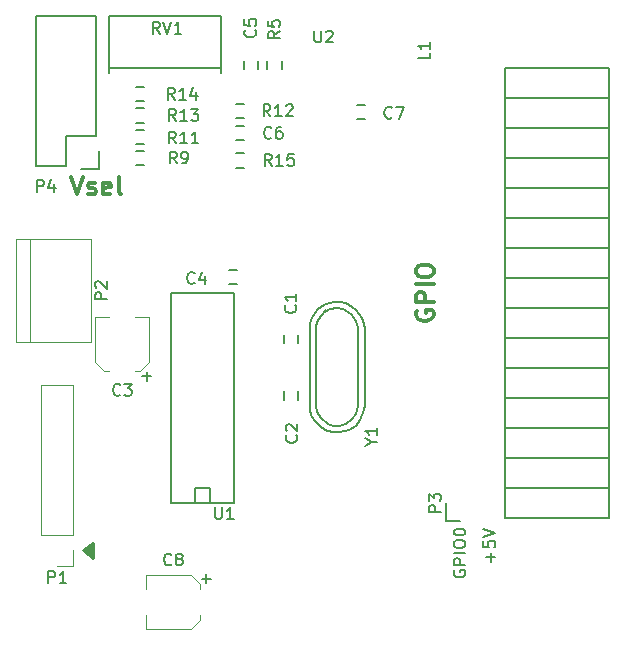
<source format=gbr>
G04 #@! TF.FileFunction,Legend,Top*
%FSLAX46Y46*%
G04 Gerber Fmt 4.6, Leading zero omitted, Abs format (unit mm)*
G04 Created by KiCad (PCBNEW 4.0.4-stable) date 11/02/17 18:15:52*
%MOMM*%
%LPD*%
G01*
G04 APERTURE LIST*
%ADD10C,0.100000*%
%ADD11C,0.300000*%
%ADD12C,0.150000*%
%ADD13C,0.120000*%
%ADD14C,0.254000*%
G04 APERTURE END LIST*
D10*
D11*
X141113143Y-78172571D02*
X141613143Y-79672571D01*
X142113143Y-78172571D01*
X142541714Y-79601143D02*
X142684571Y-79672571D01*
X142970286Y-79672571D01*
X143113143Y-79601143D01*
X143184571Y-79458286D01*
X143184571Y-79386857D01*
X143113143Y-79244000D01*
X142970286Y-79172571D01*
X142756000Y-79172571D01*
X142613143Y-79101143D01*
X142541714Y-78958286D01*
X142541714Y-78886857D01*
X142613143Y-78744000D01*
X142756000Y-78672571D01*
X142970286Y-78672571D01*
X143113143Y-78744000D01*
X144398857Y-79601143D02*
X144256000Y-79672571D01*
X143970286Y-79672571D01*
X143827429Y-79601143D01*
X143756000Y-79458286D01*
X143756000Y-78886857D01*
X143827429Y-78744000D01*
X143970286Y-78672571D01*
X144256000Y-78672571D01*
X144398857Y-78744000D01*
X144470286Y-78886857D01*
X144470286Y-79029714D01*
X143756000Y-79172571D01*
X145327429Y-79672571D02*
X145184571Y-79601143D01*
X145113143Y-79458286D01*
X145113143Y-78172571D01*
D12*
X176601429Y-110759714D02*
X176601429Y-109997809D01*
X176982381Y-110378761D02*
X176220476Y-110378761D01*
X175982381Y-109045428D02*
X175982381Y-109521619D01*
X176458571Y-109569238D01*
X176410952Y-109521619D01*
X176363333Y-109426381D01*
X176363333Y-109188285D01*
X176410952Y-109093047D01*
X176458571Y-109045428D01*
X176553810Y-108997809D01*
X176791905Y-108997809D01*
X176887143Y-109045428D01*
X176934762Y-109093047D01*
X176982381Y-109188285D01*
X176982381Y-109426381D01*
X176934762Y-109521619D01*
X176887143Y-109569238D01*
X175982381Y-108712095D02*
X176982381Y-108378762D01*
X175982381Y-108045428D01*
X173510000Y-111506190D02*
X173462381Y-111601428D01*
X173462381Y-111744285D01*
X173510000Y-111887143D01*
X173605238Y-111982381D01*
X173700476Y-112030000D01*
X173890952Y-112077619D01*
X174033810Y-112077619D01*
X174224286Y-112030000D01*
X174319524Y-111982381D01*
X174414762Y-111887143D01*
X174462381Y-111744285D01*
X174462381Y-111649047D01*
X174414762Y-111506190D01*
X174367143Y-111458571D01*
X174033810Y-111458571D01*
X174033810Y-111649047D01*
X174462381Y-111030000D02*
X173462381Y-111030000D01*
X173462381Y-110649047D01*
X173510000Y-110553809D01*
X173557619Y-110506190D01*
X173652857Y-110458571D01*
X173795714Y-110458571D01*
X173890952Y-110506190D01*
X173938571Y-110553809D01*
X173986190Y-110649047D01*
X173986190Y-111030000D01*
X174462381Y-110030000D02*
X173462381Y-110030000D01*
X173462381Y-109363334D02*
X173462381Y-109172857D01*
X173510000Y-109077619D01*
X173605238Y-108982381D01*
X173795714Y-108934762D01*
X174129048Y-108934762D01*
X174319524Y-108982381D01*
X174414762Y-109077619D01*
X174462381Y-109172857D01*
X174462381Y-109363334D01*
X174414762Y-109458572D01*
X174319524Y-109553810D01*
X174129048Y-109601429D01*
X173795714Y-109601429D01*
X173605238Y-109553810D01*
X173510000Y-109458572D01*
X173462381Y-109363334D01*
X173462381Y-108315715D02*
X173462381Y-108220476D01*
X173510000Y-108125238D01*
X173557619Y-108077619D01*
X173652857Y-108030000D01*
X173843333Y-107982381D01*
X174081429Y-107982381D01*
X174271905Y-108030000D01*
X174367143Y-108077619D01*
X174414762Y-108125238D01*
X174462381Y-108220476D01*
X174462381Y-108315715D01*
X174414762Y-108410953D01*
X174367143Y-108458572D01*
X174271905Y-108506191D01*
X174081429Y-108553810D01*
X173843333Y-108553810D01*
X173652857Y-108506191D01*
X173557619Y-108458572D01*
X173510000Y-108410953D01*
X173462381Y-108315715D01*
D11*
X170350000Y-89510000D02*
X170278571Y-89652857D01*
X170278571Y-89867143D01*
X170350000Y-90081428D01*
X170492857Y-90224286D01*
X170635714Y-90295714D01*
X170921429Y-90367143D01*
X171135714Y-90367143D01*
X171421429Y-90295714D01*
X171564286Y-90224286D01*
X171707143Y-90081428D01*
X171778571Y-89867143D01*
X171778571Y-89724286D01*
X171707143Y-89510000D01*
X171635714Y-89438571D01*
X171135714Y-89438571D01*
X171135714Y-89724286D01*
X171778571Y-88795714D02*
X170278571Y-88795714D01*
X170278571Y-88224286D01*
X170350000Y-88081428D01*
X170421429Y-88010000D01*
X170564286Y-87938571D01*
X170778571Y-87938571D01*
X170921429Y-88010000D01*
X170992857Y-88081428D01*
X171064286Y-88224286D01*
X171064286Y-88795714D01*
X171778571Y-87295714D02*
X170278571Y-87295714D01*
X170278571Y-86295714D02*
X170278571Y-86010000D01*
X170350000Y-85867142D01*
X170492857Y-85724285D01*
X170778571Y-85652857D01*
X171278571Y-85652857D01*
X171564286Y-85724285D01*
X171707143Y-85867142D01*
X171778571Y-86010000D01*
X171778571Y-86295714D01*
X171707143Y-86438571D01*
X171564286Y-86581428D01*
X171278571Y-86652857D01*
X170778571Y-86652857D01*
X170492857Y-86581428D01*
X170350000Y-86438571D01*
X170278571Y-86295714D01*
D12*
X159100000Y-92250000D02*
X159100000Y-91550000D01*
X160300000Y-91550000D02*
X160300000Y-92250000D01*
X160300000Y-96350000D02*
X160300000Y-97050000D01*
X159100000Y-97050000D02*
X159100000Y-96350000D01*
X155150000Y-87300000D02*
X154450000Y-87300000D01*
X154450000Y-86100000D02*
X155150000Y-86100000D01*
X156900000Y-68350000D02*
X156900000Y-69050000D01*
X155700000Y-69050000D02*
X155700000Y-68350000D01*
X155750000Y-75100000D02*
X155050000Y-75100000D01*
X155050000Y-73900000D02*
X155750000Y-73900000D01*
X165950000Y-73300000D02*
X165250000Y-73300000D01*
X165250000Y-72100000D02*
X165950000Y-72100000D01*
X186640000Y-89290000D02*
X177810000Y-89290000D01*
X186640000Y-91830000D02*
X186640000Y-89290000D01*
X177810000Y-91830000D02*
X177810000Y-89290000D01*
X177810000Y-89290000D02*
X186640000Y-89290000D01*
X177810000Y-86750000D02*
X186640000Y-86750000D01*
X177810000Y-89290000D02*
X177810000Y-86750000D01*
X186640000Y-89290000D02*
X186640000Y-86750000D01*
X186640000Y-86750000D02*
X177810000Y-86750000D01*
X186640000Y-84210000D02*
X177810000Y-84210000D01*
X186640000Y-86750000D02*
X186640000Y-84210000D01*
X177810000Y-86750000D02*
X177810000Y-84210000D01*
X177810000Y-84210000D02*
X186640000Y-84210000D01*
X177810000Y-81670000D02*
X186640000Y-81670000D01*
X177810000Y-84210000D02*
X177810000Y-81670000D01*
X186640000Y-84210000D02*
X186640000Y-81670000D01*
X186640000Y-81670000D02*
X177810000Y-81670000D01*
X177810000Y-79130000D02*
X186640000Y-79130000D01*
X177810000Y-81670000D02*
X177810000Y-79130000D01*
X186640000Y-81670000D02*
X186640000Y-79130000D01*
X186640000Y-79130000D02*
X177810000Y-79130000D01*
X186640000Y-76590000D02*
X177810000Y-76590000D01*
X186640000Y-79130000D02*
X186640000Y-76590000D01*
X177810000Y-79130000D02*
X177810000Y-76590000D01*
X177810000Y-76590000D02*
X186640000Y-76590000D01*
X177810000Y-74050000D02*
X186640000Y-74050000D01*
X177810000Y-76590000D02*
X177810000Y-74050000D01*
X186640000Y-76590000D02*
X186640000Y-74050000D01*
X186640000Y-74050000D02*
X177810000Y-74050000D01*
X186640000Y-71510000D02*
X177810000Y-71510000D01*
X186640000Y-74050000D02*
X186640000Y-71510000D01*
X177810000Y-74050000D02*
X177810000Y-71510000D01*
X177810000Y-71510000D02*
X186640000Y-71510000D01*
X177810000Y-68970000D02*
X186640000Y-68970000D01*
X177810000Y-71510000D02*
X177810000Y-68970000D01*
X186640000Y-71510000D02*
X186640000Y-68970000D01*
X186640000Y-68970000D02*
X177810000Y-68970000D01*
X186640000Y-91830000D02*
X177810000Y-91830000D01*
X186640000Y-94370000D02*
X186640000Y-91830000D01*
X177810000Y-94370000D02*
X177810000Y-91830000D01*
X177810000Y-91830000D02*
X186640000Y-91830000D01*
X177810000Y-94370000D02*
X186640000Y-94370000D01*
X177810000Y-96910000D02*
X177810000Y-94370000D01*
X186640000Y-96910000D02*
X186640000Y-94370000D01*
X186640000Y-94370000D02*
X177810000Y-94370000D01*
X186640000Y-96910000D02*
X177810000Y-96910000D01*
X186640000Y-99450000D02*
X186640000Y-96910000D01*
X177810000Y-99450000D02*
X177810000Y-96910000D01*
X177810000Y-96910000D02*
X186640000Y-96910000D01*
X177810000Y-99450000D02*
X186640000Y-99450000D01*
X177810000Y-101990000D02*
X177810000Y-99450000D01*
X186640000Y-101990000D02*
X186640000Y-99450000D01*
X186640000Y-99450000D02*
X177810000Y-99450000D01*
X186640000Y-101990000D02*
X177810000Y-101990000D01*
X186640000Y-104530000D02*
X186640000Y-101990000D01*
X177810000Y-104530000D02*
X177810000Y-101990000D01*
X177810000Y-101990000D02*
X186640000Y-101990000D01*
X177810000Y-104530000D02*
X186640000Y-104530000D01*
X177810000Y-107070000D02*
X177810000Y-104530000D01*
X172850000Y-105800000D02*
X172850000Y-107350000D01*
X172850000Y-107350000D02*
X174000000Y-107350000D01*
X177810000Y-107070000D02*
X186640000Y-107070000D01*
X186640000Y-107070000D02*
X186640000Y-104530000D01*
X186640000Y-104530000D02*
X177810000Y-104530000D01*
X138090000Y-77270000D02*
X138090000Y-64570000D01*
X138090000Y-64570000D02*
X143170000Y-64570000D01*
X143170000Y-64570000D02*
X143170000Y-74730000D01*
X138090000Y-77270000D02*
X140630000Y-77270000D01*
X141900000Y-77550000D02*
X143450000Y-77550000D01*
X140630000Y-77270000D02*
X140630000Y-74730000D01*
X140630000Y-74730000D02*
X143170000Y-74730000D01*
X143450000Y-77550000D02*
X143450000Y-76000000D01*
X158900000Y-68350000D02*
X158900000Y-69050000D01*
X157700000Y-69050000D02*
X157700000Y-68350000D01*
X146550000Y-76000000D02*
X147250000Y-76000000D01*
X147250000Y-77200000D02*
X146550000Y-77200000D01*
X146550000Y-74200000D02*
X147250000Y-74200000D01*
X147250000Y-75400000D02*
X146550000Y-75400000D01*
X155750000Y-73200000D02*
X155050000Y-73200000D01*
X155050000Y-72000000D02*
X155750000Y-72000000D01*
X146550000Y-72400000D02*
X147250000Y-72400000D01*
X147250000Y-73600000D02*
X146550000Y-73600000D01*
X146550000Y-70600000D02*
X147250000Y-70600000D01*
X147250000Y-71800000D02*
X146550000Y-71800000D01*
X155750000Y-77400000D02*
X155050000Y-77400000D01*
X155050000Y-76200000D02*
X155750000Y-76200000D01*
X144275000Y-64540000D02*
X153805000Y-64540000D01*
X153805000Y-64540000D02*
X153805000Y-69370000D01*
X153805000Y-68990000D02*
X144275000Y-68990000D01*
X144275000Y-64540000D02*
X144275000Y-69370000D01*
X154867000Y-88137000D02*
X154867000Y-105790000D01*
X149533000Y-105790000D02*
X149533000Y-88010000D01*
X154867000Y-88010000D02*
X149533000Y-88010000D01*
X149533000Y-105790000D02*
X154867000Y-105790000D01*
X151565000Y-105790000D02*
X151565000Y-104520000D01*
X151565000Y-104520000D02*
X152835000Y-104520000D01*
X152835000Y-104520000D02*
X152835000Y-105790000D01*
X162599240Y-89601000D02*
X163000560Y-89400340D01*
X163000560Y-89400340D02*
X163600000Y-89298740D01*
X163600000Y-89298740D02*
X164100380Y-89400340D01*
X164100380Y-89400340D02*
X164798880Y-89799120D01*
X164798880Y-89799120D02*
X165200200Y-90401100D01*
X165200200Y-90401100D02*
X165400860Y-91000540D01*
X165400860Y-91000540D02*
X165400860Y-97599460D01*
X165400860Y-97599460D02*
X165200200Y-98300500D01*
X165200200Y-98300500D02*
X164900480Y-98699280D01*
X164900480Y-98699280D02*
X164400100Y-99100600D01*
X164400100Y-99100600D02*
X163800660Y-99301260D01*
X163800660Y-99301260D02*
X163300280Y-99301260D01*
X163300280Y-99301260D02*
X162799900Y-99100600D01*
X162799900Y-99100600D02*
X162200460Y-98600220D01*
X162200460Y-98600220D02*
X161900740Y-98099840D01*
X161900740Y-98099840D02*
X161799140Y-97599460D01*
X161799140Y-97500400D02*
X161799140Y-90898940D01*
X161799140Y-90898940D02*
X161900740Y-90500160D01*
X161900740Y-90500160D02*
X162200460Y-89999780D01*
X162200460Y-89999780D02*
X162700840Y-89499400D01*
X161270820Y-97490240D02*
X161319080Y-97949980D01*
X161319080Y-97949980D02*
X161430840Y-98348760D01*
X161430840Y-98348760D02*
X161649280Y-98780560D01*
X161649280Y-98780560D02*
X161880420Y-99070120D01*
X161880420Y-99070120D02*
X162230940Y-99400320D01*
X162230940Y-99400320D02*
X162769420Y-99689880D01*
X162769420Y-99689880D02*
X163368860Y-99819420D01*
X163368860Y-99819420D02*
X163879400Y-99819420D01*
X163879400Y-99819420D02*
X164580440Y-99649240D01*
X164580440Y-99649240D02*
X165169720Y-99250460D01*
X165169720Y-99250460D02*
X165540560Y-98790720D01*
X165540560Y-98790720D02*
X165748840Y-98369080D01*
X165748840Y-98369080D02*
X165908860Y-97919500D01*
X165908860Y-97919500D02*
X165939340Y-97480080D01*
X165720900Y-90139480D02*
X165499920Y-89761020D01*
X165499920Y-89761020D02*
X165220520Y-89440980D01*
X165220520Y-89440980D02*
X164890320Y-89189520D01*
X164890320Y-89189520D02*
X164339140Y-88889800D01*
X164339140Y-88889800D02*
X163869240Y-88780580D01*
X163869240Y-88780580D02*
X163409500Y-88760260D01*
X163409500Y-88760260D02*
X162949760Y-88849160D01*
X162949760Y-88849160D02*
X162500180Y-89039660D01*
X162500180Y-89039660D02*
X162030280Y-89400340D01*
X162030280Y-89400340D02*
X161710240Y-89750860D01*
X161710240Y-89750860D02*
X161479100Y-90139480D01*
X161479100Y-90139480D02*
X161339400Y-90568740D01*
X161339400Y-90568740D02*
X161270820Y-91010700D01*
X165929180Y-97500400D02*
X165929180Y-91048800D01*
X165929180Y-91048800D02*
X165891080Y-90629700D01*
X165891080Y-90629700D02*
X165720900Y-90139480D01*
X161270820Y-97500400D02*
X161270820Y-91048800D01*
D13*
X136385000Y-83463000D02*
X136385000Y-92163000D01*
X142795000Y-83463000D02*
X142795000Y-92163000D01*
X142795000Y-92163000D02*
X136385000Y-92163000D01*
X137615000Y-92163000D02*
X137615000Y-83463000D01*
X136385000Y-83463000D02*
X142795000Y-83463000D01*
X146935000Y-94597000D02*
X146535000Y-94597000D01*
X147705000Y-90017000D02*
X146535000Y-90017000D01*
X143125000Y-90017000D02*
X144295000Y-90017000D01*
X143895000Y-94597000D02*
X144295000Y-94597000D01*
X147705000Y-93827000D02*
X147705000Y-90017000D01*
X147705000Y-93827000D02*
X146935000Y-94597000D01*
X143125000Y-93827000D02*
X143125000Y-90017000D01*
X143125000Y-93827000D02*
X143895000Y-94597000D01*
X152023000Y-112653000D02*
X152023000Y-113053000D01*
X147443000Y-111883000D02*
X147443000Y-113053000D01*
X147443000Y-116463000D02*
X147443000Y-115293000D01*
X152023000Y-115693000D02*
X152023000Y-115293000D01*
X151253000Y-111883000D02*
X147443000Y-111883000D01*
X151253000Y-111883000D02*
X152023000Y-112653000D01*
X151253000Y-116463000D02*
X147443000Y-116463000D01*
X151253000Y-116463000D02*
X152023000Y-115693000D01*
X141230000Y-95770000D02*
X138570000Y-95770000D01*
X141230000Y-108530000D02*
X141230000Y-95770000D01*
X138570000Y-108530000D02*
X138570000Y-95770000D01*
X141230000Y-108530000D02*
X138570000Y-108530000D01*
X141230000Y-109800000D02*
X141230000Y-111130000D01*
X141230000Y-111130000D02*
X139900000Y-111130000D01*
D12*
X160057143Y-89066666D02*
X160104762Y-89114285D01*
X160152381Y-89257142D01*
X160152381Y-89352380D01*
X160104762Y-89495238D01*
X160009524Y-89590476D01*
X159914286Y-89638095D01*
X159723810Y-89685714D01*
X159580952Y-89685714D01*
X159390476Y-89638095D01*
X159295238Y-89590476D01*
X159200000Y-89495238D01*
X159152381Y-89352380D01*
X159152381Y-89257142D01*
X159200000Y-89114285D01*
X159247619Y-89066666D01*
X160152381Y-88114285D02*
X160152381Y-88685714D01*
X160152381Y-88400000D02*
X159152381Y-88400000D01*
X159295238Y-88495238D01*
X159390476Y-88590476D01*
X159438095Y-88685714D01*
X160157143Y-100066666D02*
X160204762Y-100114285D01*
X160252381Y-100257142D01*
X160252381Y-100352380D01*
X160204762Y-100495238D01*
X160109524Y-100590476D01*
X160014286Y-100638095D01*
X159823810Y-100685714D01*
X159680952Y-100685714D01*
X159490476Y-100638095D01*
X159395238Y-100590476D01*
X159300000Y-100495238D01*
X159252381Y-100352380D01*
X159252381Y-100257142D01*
X159300000Y-100114285D01*
X159347619Y-100066666D01*
X159347619Y-99685714D02*
X159300000Y-99638095D01*
X159252381Y-99542857D01*
X159252381Y-99304761D01*
X159300000Y-99209523D01*
X159347619Y-99161904D01*
X159442857Y-99114285D01*
X159538095Y-99114285D01*
X159680952Y-99161904D01*
X160252381Y-99733333D01*
X160252381Y-99114285D01*
X151533334Y-87157143D02*
X151485715Y-87204762D01*
X151342858Y-87252381D01*
X151247620Y-87252381D01*
X151104762Y-87204762D01*
X151009524Y-87109524D01*
X150961905Y-87014286D01*
X150914286Y-86823810D01*
X150914286Y-86680952D01*
X150961905Y-86490476D01*
X151009524Y-86395238D01*
X151104762Y-86300000D01*
X151247620Y-86252381D01*
X151342858Y-86252381D01*
X151485715Y-86300000D01*
X151533334Y-86347619D01*
X152390477Y-86585714D02*
X152390477Y-87252381D01*
X152152381Y-86204762D02*
X151914286Y-86919048D01*
X152533334Y-86919048D01*
X156657143Y-65766666D02*
X156704762Y-65814285D01*
X156752381Y-65957142D01*
X156752381Y-66052380D01*
X156704762Y-66195238D01*
X156609524Y-66290476D01*
X156514286Y-66338095D01*
X156323810Y-66385714D01*
X156180952Y-66385714D01*
X155990476Y-66338095D01*
X155895238Y-66290476D01*
X155800000Y-66195238D01*
X155752381Y-66052380D01*
X155752381Y-65957142D01*
X155800000Y-65814285D01*
X155847619Y-65766666D01*
X155752381Y-64861904D02*
X155752381Y-65338095D01*
X156228571Y-65385714D01*
X156180952Y-65338095D01*
X156133333Y-65242857D01*
X156133333Y-65004761D01*
X156180952Y-64909523D01*
X156228571Y-64861904D01*
X156323810Y-64814285D01*
X156561905Y-64814285D01*
X156657143Y-64861904D01*
X156704762Y-64909523D01*
X156752381Y-65004761D01*
X156752381Y-65242857D01*
X156704762Y-65338095D01*
X156657143Y-65385714D01*
X158033334Y-74857143D02*
X157985715Y-74904762D01*
X157842858Y-74952381D01*
X157747620Y-74952381D01*
X157604762Y-74904762D01*
X157509524Y-74809524D01*
X157461905Y-74714286D01*
X157414286Y-74523810D01*
X157414286Y-74380952D01*
X157461905Y-74190476D01*
X157509524Y-74095238D01*
X157604762Y-74000000D01*
X157747620Y-73952381D01*
X157842858Y-73952381D01*
X157985715Y-74000000D01*
X158033334Y-74047619D01*
X158890477Y-73952381D02*
X158700000Y-73952381D01*
X158604762Y-74000000D01*
X158557143Y-74047619D01*
X158461905Y-74190476D01*
X158414286Y-74380952D01*
X158414286Y-74761905D01*
X158461905Y-74857143D01*
X158509524Y-74904762D01*
X158604762Y-74952381D01*
X158795239Y-74952381D01*
X158890477Y-74904762D01*
X158938096Y-74857143D01*
X158985715Y-74761905D01*
X158985715Y-74523810D01*
X158938096Y-74428571D01*
X158890477Y-74380952D01*
X158795239Y-74333333D01*
X158604762Y-74333333D01*
X158509524Y-74380952D01*
X158461905Y-74428571D01*
X158414286Y-74523810D01*
X168233334Y-73157143D02*
X168185715Y-73204762D01*
X168042858Y-73252381D01*
X167947620Y-73252381D01*
X167804762Y-73204762D01*
X167709524Y-73109524D01*
X167661905Y-73014286D01*
X167614286Y-72823810D01*
X167614286Y-72680952D01*
X167661905Y-72490476D01*
X167709524Y-72395238D01*
X167804762Y-72300000D01*
X167947620Y-72252381D01*
X168042858Y-72252381D01*
X168185715Y-72300000D01*
X168233334Y-72347619D01*
X168566667Y-72252381D02*
X169233334Y-72252381D01*
X168804762Y-73252381D01*
X172402381Y-106538095D02*
X171402381Y-106538095D01*
X171402381Y-106157142D01*
X171450000Y-106061904D01*
X171497619Y-106014285D01*
X171592857Y-105966666D01*
X171735714Y-105966666D01*
X171830952Y-106014285D01*
X171878571Y-106061904D01*
X171926190Y-106157142D01*
X171926190Y-106538095D01*
X171402381Y-105633333D02*
X171402381Y-105014285D01*
X171783333Y-105347619D01*
X171783333Y-105204761D01*
X171830952Y-105109523D01*
X171878571Y-105061904D01*
X171973810Y-105014285D01*
X172211905Y-105014285D01*
X172307143Y-105061904D01*
X172354762Y-105109523D01*
X172402381Y-105204761D01*
X172402381Y-105490476D01*
X172354762Y-105585714D01*
X172307143Y-105633333D01*
X138199905Y-79446381D02*
X138199905Y-78446381D01*
X138580858Y-78446381D01*
X138676096Y-78494000D01*
X138723715Y-78541619D01*
X138771334Y-78636857D01*
X138771334Y-78779714D01*
X138723715Y-78874952D01*
X138676096Y-78922571D01*
X138580858Y-78970190D01*
X138199905Y-78970190D01*
X139628477Y-78779714D02*
X139628477Y-79446381D01*
X139390381Y-78398762D02*
X139152286Y-79113048D01*
X139771334Y-79113048D01*
X158752381Y-65866666D02*
X158276190Y-66200000D01*
X158752381Y-66438095D02*
X157752381Y-66438095D01*
X157752381Y-66057142D01*
X157800000Y-65961904D01*
X157847619Y-65914285D01*
X157942857Y-65866666D01*
X158085714Y-65866666D01*
X158180952Y-65914285D01*
X158228571Y-65961904D01*
X158276190Y-66057142D01*
X158276190Y-66438095D01*
X157752381Y-64961904D02*
X157752381Y-65438095D01*
X158228571Y-65485714D01*
X158180952Y-65438095D01*
X158133333Y-65342857D01*
X158133333Y-65104761D01*
X158180952Y-65009523D01*
X158228571Y-64961904D01*
X158323810Y-64914285D01*
X158561905Y-64914285D01*
X158657143Y-64961904D01*
X158704762Y-65009523D01*
X158752381Y-65104761D01*
X158752381Y-65342857D01*
X158704762Y-65438095D01*
X158657143Y-65485714D01*
X150033334Y-77052381D02*
X149700000Y-76576190D01*
X149461905Y-77052381D02*
X149461905Y-76052381D01*
X149842858Y-76052381D01*
X149938096Y-76100000D01*
X149985715Y-76147619D01*
X150033334Y-76242857D01*
X150033334Y-76385714D01*
X149985715Y-76480952D01*
X149938096Y-76528571D01*
X149842858Y-76576190D01*
X149461905Y-76576190D01*
X150509524Y-77052381D02*
X150700000Y-77052381D01*
X150795239Y-77004762D01*
X150842858Y-76957143D01*
X150938096Y-76814286D01*
X150985715Y-76623810D01*
X150985715Y-76242857D01*
X150938096Y-76147619D01*
X150890477Y-76100000D01*
X150795239Y-76052381D01*
X150604762Y-76052381D01*
X150509524Y-76100000D01*
X150461905Y-76147619D01*
X150414286Y-76242857D01*
X150414286Y-76480952D01*
X150461905Y-76576190D01*
X150509524Y-76623810D01*
X150604762Y-76671429D01*
X150795239Y-76671429D01*
X150890477Y-76623810D01*
X150938096Y-76576190D01*
X150985715Y-76480952D01*
X149957143Y-75352381D02*
X149623809Y-74876190D01*
X149385714Y-75352381D02*
X149385714Y-74352381D01*
X149766667Y-74352381D01*
X149861905Y-74400000D01*
X149909524Y-74447619D01*
X149957143Y-74542857D01*
X149957143Y-74685714D01*
X149909524Y-74780952D01*
X149861905Y-74828571D01*
X149766667Y-74876190D01*
X149385714Y-74876190D01*
X150909524Y-75352381D02*
X150338095Y-75352381D01*
X150623809Y-75352381D02*
X150623809Y-74352381D01*
X150528571Y-74495238D01*
X150433333Y-74590476D01*
X150338095Y-74638095D01*
X151861905Y-75352381D02*
X151290476Y-75352381D01*
X151576190Y-75352381D02*
X151576190Y-74352381D01*
X151480952Y-74495238D01*
X151385714Y-74590476D01*
X151290476Y-74638095D01*
X157957143Y-73052381D02*
X157623809Y-72576190D01*
X157385714Y-73052381D02*
X157385714Y-72052381D01*
X157766667Y-72052381D01*
X157861905Y-72100000D01*
X157909524Y-72147619D01*
X157957143Y-72242857D01*
X157957143Y-72385714D01*
X157909524Y-72480952D01*
X157861905Y-72528571D01*
X157766667Y-72576190D01*
X157385714Y-72576190D01*
X158909524Y-73052381D02*
X158338095Y-73052381D01*
X158623809Y-73052381D02*
X158623809Y-72052381D01*
X158528571Y-72195238D01*
X158433333Y-72290476D01*
X158338095Y-72338095D01*
X159290476Y-72147619D02*
X159338095Y-72100000D01*
X159433333Y-72052381D01*
X159671429Y-72052381D01*
X159766667Y-72100000D01*
X159814286Y-72147619D01*
X159861905Y-72242857D01*
X159861905Y-72338095D01*
X159814286Y-72480952D01*
X159242857Y-73052381D01*
X159861905Y-73052381D01*
X149957143Y-73452381D02*
X149623809Y-72976190D01*
X149385714Y-73452381D02*
X149385714Y-72452381D01*
X149766667Y-72452381D01*
X149861905Y-72500000D01*
X149909524Y-72547619D01*
X149957143Y-72642857D01*
X149957143Y-72785714D01*
X149909524Y-72880952D01*
X149861905Y-72928571D01*
X149766667Y-72976190D01*
X149385714Y-72976190D01*
X150909524Y-73452381D02*
X150338095Y-73452381D01*
X150623809Y-73452381D02*
X150623809Y-72452381D01*
X150528571Y-72595238D01*
X150433333Y-72690476D01*
X150338095Y-72738095D01*
X151242857Y-72452381D02*
X151861905Y-72452381D01*
X151528571Y-72833333D01*
X151671429Y-72833333D01*
X151766667Y-72880952D01*
X151814286Y-72928571D01*
X151861905Y-73023810D01*
X151861905Y-73261905D01*
X151814286Y-73357143D01*
X151766667Y-73404762D01*
X151671429Y-73452381D01*
X151385714Y-73452381D01*
X151290476Y-73404762D01*
X151242857Y-73357143D01*
X149857143Y-71652381D02*
X149523809Y-71176190D01*
X149285714Y-71652381D02*
X149285714Y-70652381D01*
X149666667Y-70652381D01*
X149761905Y-70700000D01*
X149809524Y-70747619D01*
X149857143Y-70842857D01*
X149857143Y-70985714D01*
X149809524Y-71080952D01*
X149761905Y-71128571D01*
X149666667Y-71176190D01*
X149285714Y-71176190D01*
X150809524Y-71652381D02*
X150238095Y-71652381D01*
X150523809Y-71652381D02*
X150523809Y-70652381D01*
X150428571Y-70795238D01*
X150333333Y-70890476D01*
X150238095Y-70938095D01*
X151666667Y-70985714D02*
X151666667Y-71652381D01*
X151428571Y-70604762D02*
X151190476Y-71319048D01*
X151809524Y-71319048D01*
X158057143Y-77252381D02*
X157723809Y-76776190D01*
X157485714Y-77252381D02*
X157485714Y-76252381D01*
X157866667Y-76252381D01*
X157961905Y-76300000D01*
X158009524Y-76347619D01*
X158057143Y-76442857D01*
X158057143Y-76585714D01*
X158009524Y-76680952D01*
X157961905Y-76728571D01*
X157866667Y-76776190D01*
X157485714Y-76776190D01*
X159009524Y-77252381D02*
X158438095Y-77252381D01*
X158723809Y-77252381D02*
X158723809Y-76252381D01*
X158628571Y-76395238D01*
X158533333Y-76490476D01*
X158438095Y-76538095D01*
X159914286Y-76252381D02*
X159438095Y-76252381D01*
X159390476Y-76728571D01*
X159438095Y-76680952D01*
X159533333Y-76633333D01*
X159771429Y-76633333D01*
X159866667Y-76680952D01*
X159914286Y-76728571D01*
X159961905Y-76823810D01*
X159961905Y-77061905D01*
X159914286Y-77157143D01*
X159866667Y-77204762D01*
X159771429Y-77252381D01*
X159533333Y-77252381D01*
X159438095Y-77204762D01*
X159390476Y-77157143D01*
X148604762Y-66052381D02*
X148271428Y-65576190D01*
X148033333Y-66052381D02*
X148033333Y-65052381D01*
X148414286Y-65052381D01*
X148509524Y-65100000D01*
X148557143Y-65147619D01*
X148604762Y-65242857D01*
X148604762Y-65385714D01*
X148557143Y-65480952D01*
X148509524Y-65528571D01*
X148414286Y-65576190D01*
X148033333Y-65576190D01*
X148890476Y-65052381D02*
X149223809Y-66052381D01*
X149557143Y-65052381D01*
X150414286Y-66052381D02*
X149842857Y-66052381D01*
X150128571Y-66052381D02*
X150128571Y-65052381D01*
X150033333Y-65195238D01*
X149938095Y-65290476D01*
X149842857Y-65338095D01*
X153288095Y-106152381D02*
X153288095Y-106961905D01*
X153335714Y-107057143D01*
X153383333Y-107104762D01*
X153478571Y-107152381D01*
X153669048Y-107152381D01*
X153764286Y-107104762D01*
X153811905Y-107057143D01*
X153859524Y-106961905D01*
X153859524Y-106152381D01*
X154859524Y-107152381D02*
X154288095Y-107152381D01*
X154573809Y-107152381D02*
X154573809Y-106152381D01*
X154478571Y-106295238D01*
X154383333Y-106390476D01*
X154288095Y-106438095D01*
X161688095Y-65802381D02*
X161688095Y-66611905D01*
X161735714Y-66707143D01*
X161783333Y-66754762D01*
X161878571Y-66802381D01*
X162069048Y-66802381D01*
X162164286Y-66754762D01*
X162211905Y-66707143D01*
X162259524Y-66611905D01*
X162259524Y-65802381D01*
X162688095Y-65897619D02*
X162735714Y-65850000D01*
X162830952Y-65802381D01*
X163069048Y-65802381D01*
X163164286Y-65850000D01*
X163211905Y-65897619D01*
X163259524Y-65992857D01*
X163259524Y-66088095D01*
X163211905Y-66230952D01*
X162640476Y-66802381D01*
X163259524Y-66802381D01*
X166526190Y-100626191D02*
X167002381Y-100626191D01*
X166002381Y-100959524D02*
X166526190Y-100626191D01*
X166002381Y-100292857D01*
X167002381Y-99435714D02*
X167002381Y-100007143D01*
X167002381Y-99721429D02*
X166002381Y-99721429D01*
X166145238Y-99816667D01*
X166240476Y-99911905D01*
X166288095Y-100007143D01*
X171452381Y-67666666D02*
X171452381Y-68142857D01*
X170452381Y-68142857D01*
X171452381Y-66809523D02*
X171452381Y-67380952D01*
X171452381Y-67095238D02*
X170452381Y-67095238D01*
X170595238Y-67190476D01*
X170690476Y-67285714D01*
X170738095Y-67380952D01*
X144107381Y-88551095D02*
X143107381Y-88551095D01*
X143107381Y-88170142D01*
X143155000Y-88074904D01*
X143202619Y-88027285D01*
X143297857Y-87979666D01*
X143440714Y-87979666D01*
X143535952Y-88027285D01*
X143583571Y-88074904D01*
X143631190Y-88170142D01*
X143631190Y-88551095D01*
X143202619Y-87598714D02*
X143155000Y-87551095D01*
X143107381Y-87455857D01*
X143107381Y-87217761D01*
X143155000Y-87122523D01*
X143202619Y-87074904D01*
X143297857Y-87027285D01*
X143393095Y-87027285D01*
X143535952Y-87074904D01*
X144107381Y-87646333D01*
X144107381Y-87027285D01*
X145248334Y-96623143D02*
X145200715Y-96670762D01*
X145057858Y-96718381D01*
X144962620Y-96718381D01*
X144819762Y-96670762D01*
X144724524Y-96575524D01*
X144676905Y-96480286D01*
X144629286Y-96289810D01*
X144629286Y-96146952D01*
X144676905Y-95956476D01*
X144724524Y-95861238D01*
X144819762Y-95766000D01*
X144962620Y-95718381D01*
X145057858Y-95718381D01*
X145200715Y-95766000D01*
X145248334Y-95813619D01*
X145581667Y-95718381D02*
X146200715Y-95718381D01*
X145867381Y-96099333D01*
X146010239Y-96099333D01*
X146105477Y-96146952D01*
X146153096Y-96194571D01*
X146200715Y-96289810D01*
X146200715Y-96527905D01*
X146153096Y-96623143D01*
X146105477Y-96670762D01*
X146010239Y-96718381D01*
X145724524Y-96718381D01*
X145629286Y-96670762D01*
X145581667Y-96623143D01*
X147496429Y-95467952D02*
X147496429Y-94706047D01*
X147877381Y-95086999D02*
X147115476Y-95086999D01*
X149566334Y-110990143D02*
X149518715Y-111037762D01*
X149375858Y-111085381D01*
X149280620Y-111085381D01*
X149137762Y-111037762D01*
X149042524Y-110942524D01*
X148994905Y-110847286D01*
X148947286Y-110656810D01*
X148947286Y-110513952D01*
X148994905Y-110323476D01*
X149042524Y-110228238D01*
X149137762Y-110133000D01*
X149280620Y-110085381D01*
X149375858Y-110085381D01*
X149518715Y-110133000D01*
X149566334Y-110180619D01*
X150137762Y-110513952D02*
X150042524Y-110466333D01*
X149994905Y-110418714D01*
X149947286Y-110323476D01*
X149947286Y-110275857D01*
X149994905Y-110180619D01*
X150042524Y-110133000D01*
X150137762Y-110085381D01*
X150328239Y-110085381D01*
X150423477Y-110133000D01*
X150471096Y-110180619D01*
X150518715Y-110275857D01*
X150518715Y-110323476D01*
X150471096Y-110418714D01*
X150423477Y-110466333D01*
X150328239Y-110513952D01*
X150137762Y-110513952D01*
X150042524Y-110561571D01*
X149994905Y-110609190D01*
X149947286Y-110704429D01*
X149947286Y-110894905D01*
X149994905Y-110990143D01*
X150042524Y-111037762D01*
X150137762Y-111085381D01*
X150328239Y-111085381D01*
X150423477Y-111037762D01*
X150471096Y-110990143D01*
X150518715Y-110894905D01*
X150518715Y-110704429D01*
X150471096Y-110609190D01*
X150423477Y-110561571D01*
X150328239Y-110513952D01*
X152132048Y-112234429D02*
X152893953Y-112234429D01*
X152513001Y-112615381D02*
X152513001Y-111853476D01*
X139161905Y-112582381D02*
X139161905Y-111582381D01*
X139542858Y-111582381D01*
X139638096Y-111630000D01*
X139685715Y-111677619D01*
X139733334Y-111772857D01*
X139733334Y-111915714D01*
X139685715Y-112010952D01*
X139638096Y-112058571D01*
X139542858Y-112106190D01*
X139161905Y-112106190D01*
X140685715Y-112582381D02*
X140114286Y-112582381D01*
X140400000Y-112582381D02*
X140400000Y-111582381D01*
X140304762Y-111725238D01*
X140209524Y-111820476D01*
X140114286Y-111868095D01*
D14*
G36*
X142953000Y-110431346D02*
X142069940Y-109792384D01*
X142953000Y-109182139D01*
X142953000Y-110431346D01*
X142953000Y-110431346D01*
G37*
X142953000Y-110431346D02*
X142069940Y-109792384D01*
X142953000Y-109182139D01*
X142953000Y-110431346D01*
M02*

</source>
